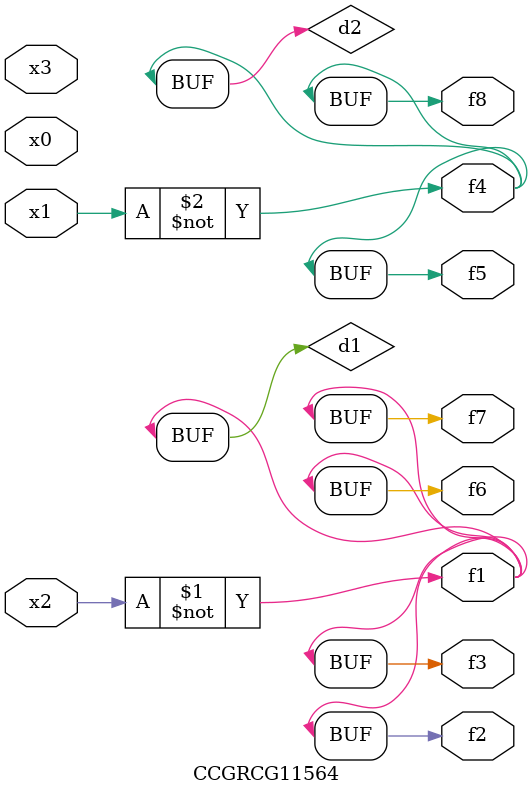
<source format=v>
module CCGRCG11564(
	input x0, x1, x2, x3,
	output f1, f2, f3, f4, f5, f6, f7, f8
);

	wire d1, d2;

	xnor (d1, x2);
	not (d2, x1);
	assign f1 = d1;
	assign f2 = d1;
	assign f3 = d1;
	assign f4 = d2;
	assign f5 = d2;
	assign f6 = d1;
	assign f7 = d1;
	assign f8 = d2;
endmodule

</source>
